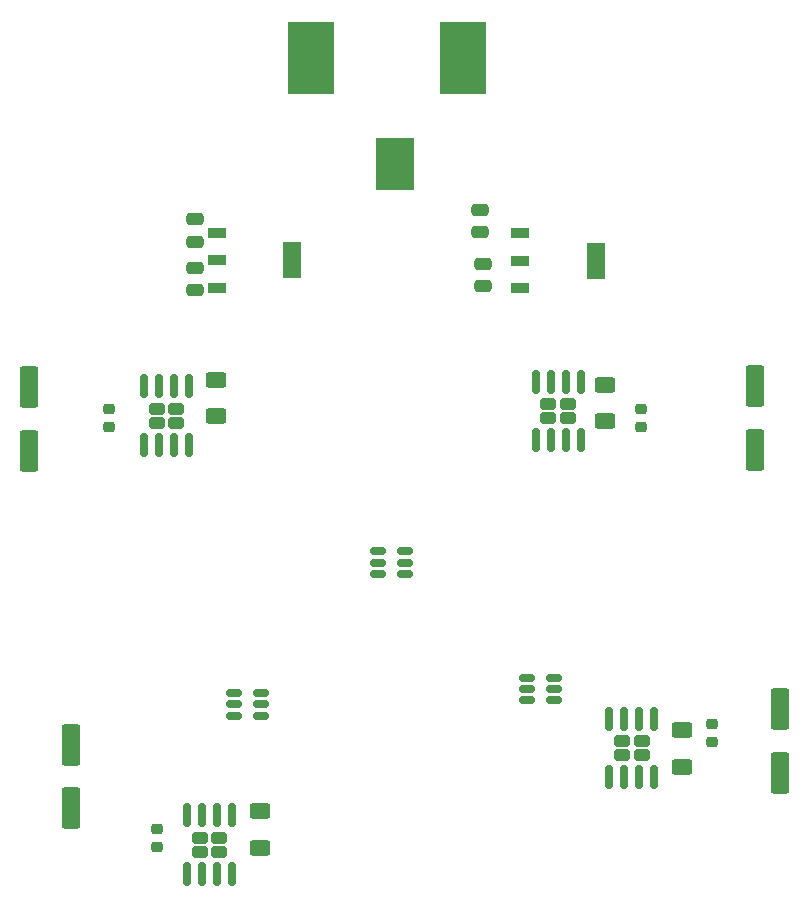
<source format=gbr>
%TF.GenerationSoftware,KiCad,Pcbnew,7.0.5*%
%TF.CreationDate,2023-06-16T10:57:35+02:00*%
%TF.ProjectId,maglev cv2,6d61676c-6576-4206-9376-322e6b696361,rev?*%
%TF.SameCoordinates,Original*%
%TF.FileFunction,Paste,Bot*%
%TF.FilePolarity,Positive*%
%FSLAX46Y46*%
G04 Gerber Fmt 4.6, Leading zero omitted, Abs format (unit mm)*
G04 Created by KiCad (PCBNEW 7.0.5) date 2023-06-16 10:57:35*
%MOMM*%
%LPD*%
G01*
G04 APERTURE LIST*
G04 Aperture macros list*
%AMRoundRect*
0 Rectangle with rounded corners*
0 $1 Rounding radius*
0 $2 $3 $4 $5 $6 $7 $8 $9 X,Y pos of 4 corners*
0 Add a 4 corners polygon primitive as box body*
4,1,4,$2,$3,$4,$5,$6,$7,$8,$9,$2,$3,0*
0 Add four circle primitives for the rounded corners*
1,1,$1+$1,$2,$3*
1,1,$1+$1,$4,$5*
1,1,$1+$1,$6,$7*
1,1,$1+$1,$8,$9*
0 Add four rect primitives between the rounded corners*
20,1,$1+$1,$2,$3,$4,$5,0*
20,1,$1+$1,$4,$5,$6,$7,0*
20,1,$1+$1,$6,$7,$8,$9,0*
20,1,$1+$1,$8,$9,$2,$3,0*%
G04 Aperture macros list end*
%ADD10RoundRect,0.250000X-0.550000X1.500000X-0.550000X-1.500000X0.550000X-1.500000X0.550000X1.500000X0*%
%ADD11RoundRect,0.150000X0.512500X0.150000X-0.512500X0.150000X-0.512500X-0.150000X0.512500X-0.150000X0*%
%ADD12RoundRect,0.225000X-0.250000X0.225000X-0.250000X-0.225000X0.250000X-0.225000X0.250000X0.225000X0*%
%ADD13RoundRect,0.250000X0.475000X-0.250000X0.475000X0.250000X-0.475000X0.250000X-0.475000X-0.250000X0*%
%ADD14RoundRect,0.250000X-0.625000X0.400000X-0.625000X-0.400000X0.625000X-0.400000X0.625000X0.400000X0*%
%ADD15RoundRect,0.242500X0.422500X-0.242500X0.422500X0.242500X-0.422500X0.242500X-0.422500X-0.242500X0*%
%ADD16RoundRect,0.150000X0.150000X-0.825000X0.150000X0.825000X-0.150000X0.825000X-0.150000X-0.825000X0*%
%ADD17R,3.300000X4.400000*%
%ADD18R,3.900000X6.200000*%
%ADD19R,1.600200X0.838200*%
%ADD20R,1.600200X3.098800*%
%ADD21RoundRect,0.250000X-0.475000X0.250000X-0.475000X-0.250000X0.475000X-0.250000X0.475000X0.250000X0*%
G04 APERTURE END LIST*
D10*
%TO.C,C8*%
X119040000Y-120049126D03*
X119040000Y-114649126D03*
%TD*%
D11*
%TO.C,S2*%
X135137500Y-110300000D03*
X135137500Y-111250000D03*
X135137500Y-112200000D03*
X132862500Y-112200000D03*
X132862500Y-111250000D03*
X132862500Y-110300000D03*
%TD*%
%TO.C,S1*%
X157725000Y-109000000D03*
X157725000Y-109950000D03*
X157725000Y-110900000D03*
X160000000Y-110900000D03*
X160000000Y-109950000D03*
X160000000Y-109000000D03*
%TD*%
%TO.C,S3*%
X145063640Y-98300000D03*
X145063640Y-99250000D03*
X145063640Y-100200000D03*
X147338640Y-100200000D03*
X147338640Y-99250000D03*
X147338640Y-98300000D03*
%TD*%
D12*
%TO.C,C11*%
X126365000Y-123315976D03*
X126365000Y-121765976D03*
%TD*%
D13*
%TO.C,C1*%
X153708562Y-71291263D03*
X153708562Y-69391263D03*
%TD*%
D10*
%TO.C,C12*%
X179070000Y-111635000D03*
X179070000Y-117035000D03*
%TD*%
D14*
%TO.C,R1*%
X164317918Y-87275000D03*
X164317918Y-84175000D03*
%TD*%
D13*
%TO.C,C4*%
X153982885Y-75839462D03*
X153982885Y-73939462D03*
%TD*%
D15*
%TO.C,M3*%
X126350000Y-87400000D03*
X128000000Y-87400000D03*
X126350000Y-86200000D03*
X128000000Y-86200000D03*
D16*
X129080000Y-89275000D03*
X127810000Y-89275000D03*
X126540000Y-89275000D03*
X125270000Y-89275000D03*
X125270000Y-84325000D03*
X126540000Y-84325000D03*
X127810000Y-84325000D03*
X129080000Y-84325000D03*
%TD*%
%TO.C,M4*%
X132715000Y-120650000D03*
X131445000Y-120650000D03*
X130175000Y-120650000D03*
X128905000Y-120650000D03*
X128905000Y-125600000D03*
X130175000Y-125600000D03*
X131445000Y-125600000D03*
X132715000Y-125600000D03*
D15*
X131635000Y-122525000D03*
X129985000Y-122525000D03*
X131635000Y-123725000D03*
X129985000Y-123725000D03*
%TD*%
D17*
%TO.C,J1*%
X146500000Y-65500000D03*
D18*
X139400000Y-56550000D03*
X152300000Y-56550000D03*
%TD*%
D10*
%TO.C,C14*%
X177000000Y-89700000D03*
X177000000Y-84300000D03*
%TD*%
D19*
%TO.C,U2*%
X157135990Y-76000000D03*
X157135990Y-73688600D03*
X157135990Y-71377200D03*
D20*
X163536790Y-73688600D03*
%TD*%
D10*
%TO.C,C10*%
X115500000Y-84400000D03*
X115500000Y-89800000D03*
%TD*%
D14*
%TO.C,R4*%
X135065000Y-123370000D03*
X135065000Y-120270000D03*
%TD*%
D21*
%TO.C,C3*%
X129540000Y-70170000D03*
X129540000Y-72070000D03*
%TD*%
D15*
%TO.C,M2*%
X165735000Y-115535000D03*
X167385000Y-115535000D03*
X165735000Y-114335000D03*
X167385000Y-114335000D03*
D16*
X168465000Y-117410000D03*
X167195000Y-117410000D03*
X165925000Y-117410000D03*
X164655000Y-117410000D03*
X164655000Y-112460000D03*
X165925000Y-112460000D03*
X167195000Y-112460000D03*
X168465000Y-112460000D03*
%TD*%
D12*
%TO.C,C9*%
X122300000Y-86225000D03*
X122300000Y-87775000D03*
%TD*%
D14*
%TO.C,R2*%
X170815000Y-113420000D03*
X170815000Y-116520000D03*
%TD*%
D19*
%TO.C,U1*%
X131419600Y-75971400D03*
X131419600Y-73660000D03*
X131419600Y-71348600D03*
D20*
X137820400Y-73660000D03*
%TD*%
D16*
%TO.C,M1*%
X162222918Y-83950000D03*
X160952918Y-83950000D03*
X159682918Y-83950000D03*
X158412918Y-83950000D03*
X158412918Y-88900000D03*
X159682918Y-88900000D03*
X160952918Y-88900000D03*
X162222918Y-88900000D03*
D15*
X161142918Y-85825000D03*
X159492918Y-85825000D03*
X161142918Y-87025000D03*
X159492918Y-87025000D03*
%TD*%
D21*
%TO.C,C2*%
X129540000Y-74300000D03*
X129540000Y-76200000D03*
%TD*%
D14*
%TO.C,R3*%
X131400000Y-83750000D03*
X131400000Y-86850000D03*
%TD*%
D12*
%TO.C,C13*%
X173355000Y-112925000D03*
X173355000Y-114475000D03*
%TD*%
%TO.C,C15*%
X167312918Y-87775000D03*
X167312918Y-86225000D03*
%TD*%
M02*

</source>
